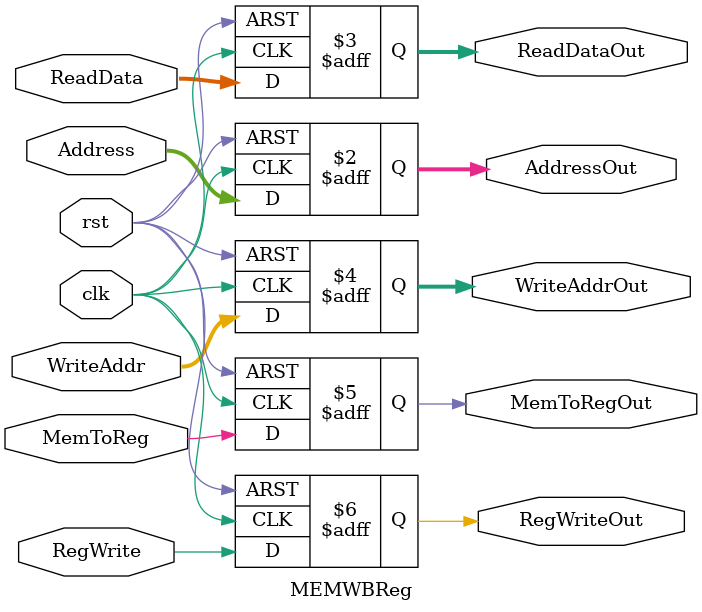
<source format=sv>
`timescale 1ns/1ns
module IFIDReg(input clk, rst, IFIDWrite, flush, input[31:0] Inst, pcNext, output logic[31:0] InstOut, pcNextOut);
  always @(posedge clk, posedge rst) begin
    if (rst) begin
      InstOut <= 32'b0;
      pcNextOut <= 32'b0;
    end
    if (flush) begin
      InstOut <= 32'b0;
      pcNextOut <= 32'b0;
    end
    else if (IFIDWrite) begin
      InstOut <= Inst;
      pcNextOut <= pcNext;
    end
  end
endmodule

module IDEXReg(input clk, rst, MemRead, MemWrite, MemToReg, RegWrite, ALUSrc, RegDst,
               input[31:0] ReadData1, ReadData2, imm, input[4:0] rt, rs, rd,
               output logic[31:0] ReadData1Out, ReadData2Out, immOut, output logic[4:0] rtOut, rsOut, rdOut,
               output logic MemReadOut, MemWriteOut, MemToRegOut, RegWriteOut, ALUSrcOut, RegDstOut);
  always @(posedge clk, posedge rst) begin
    if (rst)begin
      MemReadOut <= 1'b0;
      MemWriteOut <= 1'b0;
      MemToRegOut <= 1'b0;
      RegWriteOut <= 1'b0;
      ALUSrcOut <= 1'b0;
      RegDstOut <= 1'b0;
      ReadData1Out <= 32'b0;
      ReadData2Out <= 32'b0;
      immOut <= 32'b0;
      rtOut <= 5'b0;
      rsOut <= 5'b0;
      rdOut <= 5'b0;
    end
    else begin
      MemReadOut <= MemRead;
      MemWriteOut <= MemWrite;
      MemToRegOut <= MemToReg;
      RegWriteOut <= RegWrite;
      ALUSrcOut <= ALUSrc;
      RegDstOut <= RegDst;
      ReadData1Out <= ReadData1;
      ReadData2Out <= ReadData2;
      immOut <= imm;
      rtOut <= rt;
      rsOut <= rs;
      rdOut <= rd;
    end
  end
endmodule

module EXMEMReg (input clk, rst, MemRead, MemWrite, MemToReg, RegWrite,
                 input[31:0] ALUresult, ReadData2, input[4:0] WriteAddr,
                 output logic[31:0] ALUresultOut, ReadData2Out, output logic[4:0] WriteAddrOut,
                 output logic MemReadOut, MemWriteOut, MemToRegOut, RegWriteOut);
  always @(posedge clk, posedge rst) begin
    if (rst)begin
      MemReadOut <= 1'b0;
      MemWriteOut <= 1'b0;
      MemToRegOut <= 1'b0;
      RegWriteOut <= 1'b0;
      ALUresultOut <= 32'b0;
      ReadData2Out <= 32'b0;
      WriteAddrOut <= 5'b0;
    end
    else begin
      MemReadOut <= MemRead;
      MemWriteOut <= MemWrite;
      MemToRegOut <= MemToReg;
      RegWriteOut <= RegWrite;
      ALUresultOut <= ALUresult;
      ReadData2Out <= ReadData2;
      WriteAddrOut <= WriteAddr;
    end
  end
endmodule

module MEMWBReg (input clk, rst, MemToReg, RegWrite,
                 input[31:0] Address, ReadData, input[4:0] WriteAddr,
                 output logic[31:0] AddressOut, ReadDataOut, output logic[4:0] WriteAddrOut,
                 output logic MemToRegOut, RegWriteOut);
  always @(posedge clk, posedge rst) begin
    if (rst)begin
      MemToRegOut <= 1'b0;
      RegWriteOut <= 1'b0;
      AddressOut <= 32'b0;
      ReadDataOut <= 32'b0;
      WriteAddrOut <= 5'b0;
    end
    else begin
      MemToRegOut <= MemToReg;
      RegWriteOut <= RegWrite;
      AddressOut <= Address;
      ReadDataOut <= ReadData;
      WriteAddrOut <= WriteAddr;
    end
  end
endmodule
</source>
